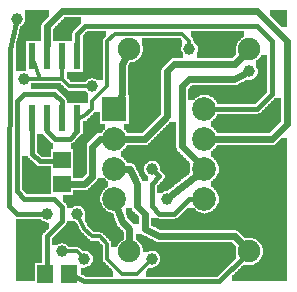
<source format=gtl>
G04 MADE WITH FRITZING*
G04 WWW.FRITZING.ORG*
G04 DOUBLE SIDED*
G04 HOLES PLATED*
G04 CONTOUR ON CENTER OF CONTOUR VECTOR*
%ASAXBY*%
%FSLAX23Y23*%
%MOIN*%
%OFA0B0*%
%SFA1.0B1.0*%
%ADD10C,0.075000*%
%ADD11C,0.039370*%
%ADD12C,0.079370*%
%ADD13R,0.059055X0.055118*%
%ADD14R,0.024000X0.087000*%
%ADD15R,0.055118X0.059055*%
%ADD16R,0.079370X0.079370*%
%ADD17C,0.012000*%
%ADD18C,0.024000*%
%ADD19C,0.016000*%
%LNCOPPER1*%
G90*
G70*
G54D10*
X819Y815D03*
X419Y815D03*
G54D11*
X819Y740D03*
X619Y815D03*
X544Y315D03*
X194Y140D03*
X269Y115D03*
X69Y715D03*
G54D10*
X819Y140D03*
X419Y140D03*
G54D12*
X369Y615D03*
X669Y615D03*
X369Y515D03*
X669Y515D03*
X369Y415D03*
X669Y415D03*
X369Y315D03*
X669Y315D03*
G54D11*
X494Y115D03*
X244Y265D03*
X144Y265D03*
X44Y915D03*
X294Y690D03*
X494Y415D03*
G54D10*
X469Y720D03*
X770Y426D03*
X594Y114D03*
G54D13*
X194Y365D03*
X194Y446D03*
G54D14*
X94Y584D03*
X144Y584D03*
X194Y584D03*
X244Y584D03*
X244Y790D03*
X194Y790D03*
X144Y790D03*
X94Y790D03*
G54D15*
X219Y65D03*
X139Y65D03*
G54D16*
X369Y615D03*
G54D17*
X83Y715D02*
X120Y715D01*
D02*
X244Y140D02*
X260Y124D01*
D02*
X208Y140D02*
X244Y140D01*
G54D18*
D02*
X645Y396D02*
X559Y327D01*
G54D17*
D02*
X269Y590D02*
X294Y615D01*
D02*
X294Y615D02*
X294Y640D01*
D02*
X294Y640D02*
X344Y690D01*
D02*
X619Y840D02*
X619Y828D01*
D02*
X344Y690D02*
X344Y840D01*
D02*
X370Y865D02*
X594Y864D01*
D02*
X251Y585D02*
X269Y590D01*
G54D18*
D02*
X769Y715D02*
X619Y715D01*
D02*
X619Y715D02*
X594Y690D01*
D02*
X594Y690D02*
X594Y490D01*
D02*
X594Y490D02*
X648Y437D01*
D02*
X802Y731D02*
X769Y715D01*
G54D17*
D02*
X219Y690D02*
X194Y715D01*
D02*
X194Y752D02*
X194Y715D01*
D02*
X194Y715D02*
X120Y715D01*
D02*
X120Y715D02*
X101Y771D01*
D02*
X281Y690D02*
X219Y690D01*
G54D18*
D02*
X770Y190D02*
X799Y160D01*
D02*
X470Y515D02*
X544Y590D01*
D02*
X770Y764D02*
X799Y794D01*
D02*
X544Y590D02*
X544Y740D01*
D02*
X419Y168D02*
X419Y215D01*
D02*
X569Y765D02*
X770Y764D01*
D02*
X400Y515D02*
X470Y515D01*
D02*
X394Y765D02*
X407Y789D01*
D02*
X420Y414D02*
X444Y364D01*
G54D19*
D02*
X803Y124D02*
X719Y40D01*
G54D18*
D02*
X444Y364D02*
X444Y290D01*
D02*
X470Y265D02*
X470Y215D01*
D02*
X519Y190D02*
X770Y190D01*
D02*
X400Y415D02*
X420Y414D01*
D02*
X394Y240D02*
X379Y286D01*
D02*
X394Y665D02*
X394Y765D01*
D02*
X383Y642D02*
X394Y665D01*
G54D19*
D02*
X44Y640D02*
X44Y340D01*
D02*
X169Y315D02*
X194Y289D01*
D02*
X44Y340D02*
X69Y315D01*
D02*
X169Y665D02*
X69Y665D01*
D02*
X69Y315D02*
X169Y315D01*
D02*
X69Y665D02*
X44Y640D01*
D02*
X194Y240D02*
X144Y190D01*
D02*
X144Y190D02*
X144Y90D01*
D02*
X194Y289D02*
X194Y240D01*
D02*
X194Y622D02*
X194Y640D01*
D02*
X144Y90D02*
X144Y89D01*
D02*
X94Y546D02*
X94Y465D01*
D02*
X94Y465D02*
X120Y440D01*
D02*
X120Y440D02*
X169Y440D01*
D02*
X169Y440D02*
X170Y440D01*
G54D18*
D02*
X320Y514D02*
X339Y515D01*
D02*
X218Y365D02*
X269Y364D01*
D02*
X269Y364D02*
X295Y389D01*
D02*
X295Y489D02*
X320Y514D01*
D02*
X295Y389D02*
X295Y489D01*
G54D19*
D02*
X719Y40D02*
X320Y40D01*
D02*
X269Y40D02*
X241Y54D01*
D02*
X320Y40D02*
X269Y40D01*
D02*
X270Y890D02*
X244Y865D01*
D02*
X244Y865D02*
X244Y828D01*
D02*
X844Y890D02*
X270Y890D01*
G54D17*
D02*
X269Y215D02*
X295Y190D01*
D02*
X295Y190D02*
X320Y190D01*
D02*
X320Y190D02*
X344Y165D01*
D02*
X344Y165D02*
X344Y115D01*
D02*
X344Y115D02*
X395Y64D01*
D02*
X395Y64D02*
X444Y64D01*
D02*
X444Y64D02*
X485Y105D01*
D02*
X250Y253D02*
X269Y215D01*
G54D18*
D02*
X894Y515D02*
X944Y565D01*
D02*
X944Y565D02*
X944Y840D01*
D02*
X944Y840D02*
X844Y940D01*
D02*
X844Y940D02*
X194Y940D01*
D02*
X194Y940D02*
X144Y890D01*
D02*
X144Y890D02*
X144Y828D01*
D02*
X700Y515D02*
X894Y515D01*
G54D19*
D02*
X844Y614D02*
X894Y664D01*
D02*
X894Y664D02*
X894Y840D01*
D02*
X894Y840D02*
X844Y890D01*
D02*
X695Y615D02*
X844Y614D01*
D02*
X44Y265D02*
X19Y290D01*
D02*
X131Y265D02*
X44Y265D01*
G54D18*
D02*
X544Y740D02*
X569Y765D01*
G54D19*
D02*
X569Y265D02*
X519Y265D01*
D02*
X619Y315D02*
X569Y265D01*
D02*
X144Y540D02*
X170Y514D01*
D02*
X244Y540D02*
X244Y546D01*
D02*
X144Y546D02*
X144Y540D01*
D02*
X494Y365D02*
X519Y390D01*
D02*
X494Y290D02*
X494Y365D01*
D02*
X519Y390D02*
X504Y405D01*
D02*
X519Y265D02*
X494Y290D01*
D02*
X644Y315D02*
X619Y315D01*
D02*
X194Y640D02*
X169Y665D01*
D02*
X20Y815D02*
X41Y902D01*
D02*
X19Y290D02*
X20Y815D01*
D02*
X220Y514D02*
X244Y540D01*
D02*
X170Y514D02*
X220Y514D01*
G54D17*
D02*
X594Y864D02*
X619Y840D01*
D02*
X344Y840D02*
X370Y865D01*
G54D18*
D02*
X444Y290D02*
X470Y265D01*
D02*
X470Y215D02*
X519Y190D01*
D02*
X419Y215D02*
X394Y240D01*
G36*
X70Y944D02*
X70Y920D01*
X72Y920D01*
X72Y908D01*
X70Y908D01*
X70Y904D01*
X68Y904D01*
X68Y900D01*
X66Y900D01*
X66Y898D01*
X64Y898D01*
X64Y896D01*
X62Y896D01*
X62Y894D01*
X60Y894D01*
X60Y892D01*
X58Y892D01*
X58Y890D01*
X54Y890D01*
X54Y882D01*
X52Y882D01*
X52Y874D01*
X50Y874D01*
X50Y866D01*
X48Y866D01*
X48Y858D01*
X46Y858D01*
X46Y850D01*
X44Y850D01*
X44Y842D01*
X42Y842D01*
X42Y834D01*
X40Y834D01*
X40Y740D01*
X62Y740D01*
X62Y742D01*
X74Y742D01*
X74Y840D01*
X76Y840D01*
X76Y842D01*
X124Y842D01*
X124Y894D01*
X126Y894D01*
X126Y900D01*
X128Y900D01*
X128Y902D01*
X130Y902D01*
X130Y904D01*
X132Y904D01*
X132Y906D01*
X134Y906D01*
X134Y908D01*
X136Y908D01*
X136Y910D01*
X138Y910D01*
X138Y912D01*
X140Y912D01*
X140Y914D01*
X142Y914D01*
X142Y916D01*
X144Y916D01*
X144Y918D01*
X146Y918D01*
X146Y920D01*
X148Y920D01*
X148Y922D01*
X150Y922D01*
X150Y924D01*
X152Y924D01*
X152Y944D01*
X70Y944D01*
G37*
D02*
G36*
X888Y944D02*
X888Y924D01*
X890Y924D01*
X890Y922D01*
X892Y922D01*
X892Y920D01*
X894Y920D01*
X894Y918D01*
X896Y918D01*
X896Y916D01*
X898Y916D01*
X898Y914D01*
X900Y914D01*
X900Y912D01*
X902Y912D01*
X902Y910D01*
X904Y910D01*
X904Y908D01*
X906Y908D01*
X906Y906D01*
X908Y906D01*
X908Y904D01*
X910Y904D01*
X910Y902D01*
X912Y902D01*
X912Y900D01*
X914Y900D01*
X914Y898D01*
X916Y898D01*
X916Y896D01*
X918Y896D01*
X918Y894D01*
X920Y894D01*
X920Y892D01*
X922Y892D01*
X922Y890D01*
X924Y890D01*
X924Y888D01*
X944Y888D01*
X944Y944D01*
X888Y944D01*
G37*
D02*
G36*
X202Y920D02*
X202Y918D01*
X200Y918D01*
X200Y916D01*
X198Y916D01*
X198Y914D01*
X196Y914D01*
X196Y912D01*
X194Y912D01*
X194Y910D01*
X192Y910D01*
X192Y908D01*
X190Y908D01*
X190Y906D01*
X188Y906D01*
X188Y904D01*
X186Y904D01*
X186Y902D01*
X184Y902D01*
X184Y900D01*
X182Y900D01*
X182Y898D01*
X180Y898D01*
X180Y896D01*
X178Y896D01*
X178Y894D01*
X176Y894D01*
X176Y892D01*
X174Y892D01*
X174Y890D01*
X172Y890D01*
X172Y888D01*
X170Y888D01*
X170Y886D01*
X168Y886D01*
X168Y884D01*
X166Y884D01*
X166Y882D01*
X164Y882D01*
X164Y842D01*
X228Y842D01*
X228Y868D01*
X230Y868D01*
X230Y874D01*
X232Y874D01*
X232Y876D01*
X234Y876D01*
X234Y878D01*
X236Y878D01*
X236Y880D01*
X238Y880D01*
X238Y882D01*
X240Y882D01*
X240Y884D01*
X242Y884D01*
X242Y886D01*
X244Y886D01*
X244Y888D01*
X246Y888D01*
X246Y890D01*
X248Y890D01*
X248Y892D01*
X250Y892D01*
X250Y894D01*
X252Y894D01*
X252Y896D01*
X254Y896D01*
X254Y898D01*
X256Y898D01*
X256Y900D01*
X258Y900D01*
X258Y920D01*
X202Y920D01*
G37*
D02*
G36*
X276Y874D02*
X276Y872D01*
X274Y872D01*
X274Y870D01*
X272Y870D01*
X272Y868D01*
X270Y868D01*
X270Y866D01*
X268Y866D01*
X268Y864D01*
X266Y864D01*
X266Y862D01*
X264Y862D01*
X264Y738D01*
X210Y738D01*
X210Y718D01*
X296Y718D01*
X296Y716D01*
X304Y716D01*
X304Y714D01*
X308Y714D01*
X308Y712D01*
X310Y712D01*
X310Y710D01*
X330Y710D01*
X330Y844D01*
X332Y844D01*
X332Y848D01*
X334Y848D01*
X334Y850D01*
X336Y850D01*
X336Y852D01*
X338Y852D01*
X338Y854D01*
X340Y854D01*
X340Y874D01*
X276Y874D01*
G37*
D02*
G36*
X212Y718D02*
X212Y716D01*
X214Y716D01*
X214Y714D01*
X216Y714D01*
X216Y712D01*
X218Y712D01*
X218Y710D01*
X220Y710D01*
X220Y708D01*
X222Y708D01*
X222Y706D01*
X224Y706D01*
X224Y704D01*
X272Y704D01*
X272Y706D01*
X274Y706D01*
X274Y708D01*
X276Y708D01*
X276Y710D01*
X278Y710D01*
X278Y712D01*
X282Y712D01*
X282Y714D01*
X284Y714D01*
X284Y716D01*
X292Y716D01*
X292Y718D01*
X212Y718D01*
G37*
D02*
G36*
X624Y874D02*
X624Y854D01*
X626Y854D01*
X626Y852D01*
X628Y852D01*
X628Y850D01*
X630Y850D01*
X630Y846D01*
X632Y846D01*
X632Y840D01*
X634Y840D01*
X634Y836D01*
X636Y836D01*
X636Y834D01*
X638Y834D01*
X638Y832D01*
X640Y832D01*
X640Y830D01*
X642Y830D01*
X642Y828D01*
X644Y828D01*
X644Y824D01*
X646Y824D01*
X646Y816D01*
X648Y816D01*
X648Y814D01*
X646Y814D01*
X646Y806D01*
X644Y806D01*
X644Y784D01*
X762Y784D01*
X762Y786D01*
X764Y786D01*
X764Y788D01*
X766Y788D01*
X766Y790D01*
X768Y790D01*
X768Y792D01*
X770Y792D01*
X770Y794D01*
X772Y794D01*
X772Y796D01*
X774Y796D01*
X774Y824D01*
X776Y824D01*
X776Y828D01*
X778Y828D01*
X778Y834D01*
X780Y834D01*
X780Y836D01*
X782Y836D01*
X782Y840D01*
X784Y840D01*
X784Y842D01*
X786Y842D01*
X786Y844D01*
X788Y844D01*
X788Y846D01*
X790Y846D01*
X790Y848D01*
X792Y848D01*
X792Y850D01*
X794Y850D01*
X794Y852D01*
X798Y852D01*
X798Y854D01*
X800Y854D01*
X800Y874D01*
X624Y874D01*
G37*
D02*
G36*
X462Y850D02*
X462Y826D01*
X464Y826D01*
X464Y804D01*
X462Y804D01*
X462Y798D01*
X460Y798D01*
X460Y794D01*
X458Y794D01*
X458Y792D01*
X456Y792D01*
X456Y788D01*
X454Y788D01*
X454Y786D01*
X452Y786D01*
X452Y784D01*
X450Y784D01*
X450Y782D01*
X448Y782D01*
X448Y780D01*
X446Y780D01*
X446Y778D01*
X442Y778D01*
X442Y776D01*
X440Y776D01*
X440Y774D01*
X436Y774D01*
X436Y772D01*
X430Y772D01*
X430Y770D01*
X420Y770D01*
X420Y768D01*
X418Y768D01*
X418Y764D01*
X416Y764D01*
X416Y760D01*
X414Y760D01*
X414Y662D01*
X418Y662D01*
X418Y568D01*
X416Y568D01*
X416Y566D01*
X402Y566D01*
X402Y546D01*
X404Y546D01*
X404Y544D01*
X406Y544D01*
X406Y542D01*
X408Y542D01*
X408Y538D01*
X410Y538D01*
X410Y536D01*
X412Y536D01*
X412Y534D01*
X462Y534D01*
X462Y536D01*
X464Y536D01*
X464Y538D01*
X466Y538D01*
X466Y540D01*
X468Y540D01*
X468Y542D01*
X470Y542D01*
X470Y544D01*
X472Y544D01*
X472Y546D01*
X474Y546D01*
X474Y548D01*
X476Y548D01*
X476Y550D01*
X478Y550D01*
X478Y552D01*
X480Y552D01*
X480Y554D01*
X482Y554D01*
X482Y556D01*
X484Y556D01*
X484Y558D01*
X486Y558D01*
X486Y560D01*
X488Y560D01*
X488Y562D01*
X490Y562D01*
X490Y564D01*
X492Y564D01*
X492Y566D01*
X494Y566D01*
X494Y568D01*
X496Y568D01*
X496Y570D01*
X498Y570D01*
X498Y572D01*
X500Y572D01*
X500Y574D01*
X502Y574D01*
X502Y576D01*
X504Y576D01*
X504Y578D01*
X506Y578D01*
X506Y580D01*
X508Y580D01*
X508Y582D01*
X510Y582D01*
X510Y584D01*
X512Y584D01*
X512Y586D01*
X514Y586D01*
X514Y588D01*
X516Y588D01*
X516Y590D01*
X518Y590D01*
X518Y592D01*
X520Y592D01*
X520Y594D01*
X522Y594D01*
X522Y596D01*
X524Y596D01*
X524Y744D01*
X526Y744D01*
X526Y750D01*
X528Y750D01*
X528Y752D01*
X530Y752D01*
X530Y754D01*
X532Y754D01*
X532Y756D01*
X534Y756D01*
X534Y758D01*
X536Y758D01*
X536Y760D01*
X538Y760D01*
X538Y762D01*
X540Y762D01*
X540Y764D01*
X542Y764D01*
X542Y766D01*
X544Y766D01*
X544Y768D01*
X546Y768D01*
X546Y770D01*
X548Y770D01*
X548Y772D01*
X550Y772D01*
X550Y774D01*
X552Y774D01*
X552Y776D01*
X554Y776D01*
X554Y778D01*
X556Y778D01*
X556Y780D01*
X558Y780D01*
X558Y782D01*
X562Y782D01*
X562Y784D01*
X596Y784D01*
X596Y804D01*
X594Y804D01*
X594Y808D01*
X592Y808D01*
X592Y822D01*
X594Y822D01*
X594Y846D01*
X592Y846D01*
X592Y848D01*
X590Y848D01*
X590Y850D01*
X462Y850D01*
G37*
D02*
G36*
X858Y794D02*
X858Y792D01*
X856Y792D01*
X856Y788D01*
X854Y788D01*
X854Y786D01*
X852Y786D01*
X852Y784D01*
X850Y784D01*
X850Y782D01*
X848Y782D01*
X848Y780D01*
X846Y780D01*
X846Y778D01*
X842Y778D01*
X842Y776D01*
X840Y776D01*
X840Y756D01*
X842Y756D01*
X842Y752D01*
X844Y752D01*
X844Y748D01*
X846Y748D01*
X846Y740D01*
X848Y740D01*
X848Y738D01*
X846Y738D01*
X846Y730D01*
X844Y730D01*
X844Y726D01*
X842Y726D01*
X842Y724D01*
X840Y724D01*
X840Y722D01*
X838Y722D01*
X838Y720D01*
X836Y720D01*
X836Y718D01*
X834Y718D01*
X834Y716D01*
X830Y716D01*
X830Y714D01*
X826Y714D01*
X826Y712D01*
X808Y712D01*
X808Y710D01*
X804Y710D01*
X804Y708D01*
X800Y708D01*
X800Y706D01*
X796Y706D01*
X796Y704D01*
X792Y704D01*
X792Y702D01*
X788Y702D01*
X788Y700D01*
X784Y700D01*
X784Y698D01*
X780Y698D01*
X780Y696D01*
X774Y696D01*
X774Y694D01*
X626Y694D01*
X626Y692D01*
X624Y692D01*
X624Y690D01*
X622Y690D01*
X622Y688D01*
X620Y688D01*
X620Y686D01*
X618Y686D01*
X618Y684D01*
X616Y684D01*
X616Y682D01*
X614Y682D01*
X614Y662D01*
X678Y662D01*
X678Y660D01*
X684Y660D01*
X684Y658D01*
X688Y658D01*
X688Y656D01*
X692Y656D01*
X692Y654D01*
X696Y654D01*
X696Y652D01*
X698Y652D01*
X698Y650D01*
X700Y650D01*
X700Y648D01*
X702Y648D01*
X702Y646D01*
X704Y646D01*
X704Y644D01*
X706Y644D01*
X706Y642D01*
X708Y642D01*
X708Y638D01*
X710Y638D01*
X710Y636D01*
X712Y636D01*
X712Y632D01*
X714Y632D01*
X714Y630D01*
X838Y630D01*
X838Y632D01*
X840Y632D01*
X840Y634D01*
X842Y634D01*
X842Y636D01*
X844Y636D01*
X844Y638D01*
X846Y638D01*
X846Y640D01*
X848Y640D01*
X848Y642D01*
X850Y642D01*
X850Y644D01*
X852Y644D01*
X852Y646D01*
X854Y646D01*
X854Y648D01*
X856Y648D01*
X856Y650D01*
X858Y650D01*
X858Y652D01*
X860Y652D01*
X860Y654D01*
X862Y654D01*
X862Y656D01*
X864Y656D01*
X864Y658D01*
X866Y658D01*
X866Y660D01*
X868Y660D01*
X868Y662D01*
X870Y662D01*
X870Y664D01*
X872Y664D01*
X872Y666D01*
X874Y666D01*
X874Y668D01*
X876Y668D01*
X876Y670D01*
X878Y670D01*
X878Y794D01*
X858Y794D01*
G37*
D02*
G36*
X614Y662D02*
X614Y644D01*
X634Y644D01*
X634Y646D01*
X636Y646D01*
X636Y648D01*
X638Y648D01*
X638Y650D01*
X640Y650D01*
X640Y652D01*
X644Y652D01*
X644Y654D01*
X646Y654D01*
X646Y656D01*
X650Y656D01*
X650Y658D01*
X654Y658D01*
X654Y660D01*
X660Y660D01*
X660Y662D01*
X614Y662D01*
G37*
D02*
G36*
X92Y700D02*
X92Y680D01*
X176Y680D01*
X176Y678D01*
X180Y678D01*
X180Y676D01*
X182Y676D01*
X182Y674D01*
X184Y674D01*
X184Y672D01*
X186Y672D01*
X186Y670D01*
X188Y670D01*
X188Y668D01*
X190Y668D01*
X190Y666D01*
X192Y666D01*
X192Y664D01*
X194Y664D01*
X194Y662D01*
X196Y662D01*
X196Y660D01*
X198Y660D01*
X198Y658D01*
X200Y658D01*
X200Y656D01*
X202Y656D01*
X202Y654D01*
X204Y654D01*
X204Y652D01*
X206Y652D01*
X206Y650D01*
X208Y650D01*
X208Y646D01*
X210Y646D01*
X210Y636D01*
X280Y636D01*
X280Y644D01*
X282Y644D01*
X282Y666D01*
X280Y666D01*
X280Y668D01*
X278Y668D01*
X278Y670D01*
X276Y670D01*
X276Y672D01*
X274Y672D01*
X274Y674D01*
X272Y674D01*
X272Y676D01*
X214Y676D01*
X214Y678D01*
X210Y678D01*
X210Y680D01*
X208Y680D01*
X208Y682D01*
X206Y682D01*
X206Y684D01*
X204Y684D01*
X204Y686D01*
X202Y686D01*
X202Y688D01*
X200Y688D01*
X200Y690D01*
X198Y690D01*
X198Y692D01*
X196Y692D01*
X196Y694D01*
X194Y694D01*
X194Y696D01*
X192Y696D01*
X192Y698D01*
X190Y698D01*
X190Y700D01*
X92Y700D01*
G37*
D02*
G36*
X904Y652D02*
X904Y650D01*
X902Y650D01*
X902Y648D01*
X900Y648D01*
X900Y646D01*
X898Y646D01*
X898Y644D01*
X896Y644D01*
X896Y642D01*
X894Y642D01*
X894Y640D01*
X892Y640D01*
X892Y638D01*
X890Y638D01*
X890Y636D01*
X888Y636D01*
X888Y634D01*
X886Y634D01*
X886Y632D01*
X884Y632D01*
X884Y630D01*
X882Y630D01*
X882Y628D01*
X880Y628D01*
X880Y626D01*
X878Y626D01*
X878Y624D01*
X876Y624D01*
X876Y622D01*
X874Y622D01*
X874Y620D01*
X872Y620D01*
X872Y618D01*
X870Y618D01*
X870Y616D01*
X868Y616D01*
X868Y614D01*
X866Y614D01*
X866Y612D01*
X864Y612D01*
X864Y610D01*
X862Y610D01*
X862Y608D01*
X860Y608D01*
X860Y606D01*
X858Y606D01*
X858Y604D01*
X856Y604D01*
X856Y602D01*
X854Y602D01*
X854Y600D01*
X848Y600D01*
X848Y598D01*
X712Y598D01*
X712Y594D01*
X710Y594D01*
X710Y590D01*
X708Y590D01*
X708Y588D01*
X706Y588D01*
X706Y586D01*
X704Y586D01*
X704Y582D01*
X702Y582D01*
X702Y580D01*
X698Y580D01*
X698Y578D01*
X696Y578D01*
X696Y576D01*
X694Y576D01*
X694Y574D01*
X692Y574D01*
X692Y554D01*
X696Y554D01*
X696Y552D01*
X698Y552D01*
X698Y550D01*
X700Y550D01*
X700Y548D01*
X702Y548D01*
X702Y546D01*
X704Y546D01*
X704Y544D01*
X706Y544D01*
X706Y542D01*
X708Y542D01*
X708Y538D01*
X710Y538D01*
X710Y536D01*
X712Y536D01*
X712Y534D01*
X886Y534D01*
X886Y536D01*
X888Y536D01*
X888Y538D01*
X890Y538D01*
X890Y540D01*
X892Y540D01*
X892Y542D01*
X894Y542D01*
X894Y544D01*
X896Y544D01*
X896Y546D01*
X898Y546D01*
X898Y548D01*
X900Y548D01*
X900Y550D01*
X902Y550D01*
X902Y552D01*
X904Y552D01*
X904Y554D01*
X906Y554D01*
X906Y556D01*
X908Y556D01*
X908Y558D01*
X910Y558D01*
X910Y560D01*
X912Y560D01*
X912Y562D01*
X914Y562D01*
X914Y564D01*
X916Y564D01*
X916Y566D01*
X918Y566D01*
X918Y568D01*
X920Y568D01*
X920Y570D01*
X922Y570D01*
X922Y572D01*
X924Y572D01*
X924Y652D01*
X904Y652D01*
G37*
D02*
G36*
X302Y604D02*
X302Y602D01*
X300Y602D01*
X300Y600D01*
X298Y600D01*
X298Y598D01*
X296Y598D01*
X296Y596D01*
X294Y596D01*
X294Y594D01*
X292Y594D01*
X292Y592D01*
X290Y592D01*
X290Y590D01*
X288Y590D01*
X288Y588D01*
X286Y588D01*
X286Y586D01*
X284Y586D01*
X284Y584D01*
X282Y584D01*
X282Y582D01*
X280Y582D01*
X280Y580D01*
X278Y580D01*
X278Y578D01*
X276Y578D01*
X276Y576D01*
X268Y576D01*
X268Y574D01*
X264Y574D01*
X264Y532D01*
X258Y532D01*
X258Y530D01*
X256Y530D01*
X256Y528D01*
X254Y528D01*
X254Y526D01*
X252Y526D01*
X252Y524D01*
X250Y524D01*
X250Y522D01*
X248Y522D01*
X248Y520D01*
X246Y520D01*
X246Y518D01*
X244Y518D01*
X244Y516D01*
X242Y516D01*
X242Y514D01*
X240Y514D01*
X240Y510D01*
X238Y510D01*
X238Y508D01*
X236Y508D01*
X236Y506D01*
X234Y506D01*
X234Y504D01*
X232Y504D01*
X232Y502D01*
X228Y502D01*
X228Y500D01*
X224Y500D01*
X224Y480D01*
X232Y480D01*
X232Y384D01*
X262Y384D01*
X262Y386D01*
X264Y386D01*
X264Y388D01*
X266Y388D01*
X266Y390D01*
X268Y390D01*
X268Y392D01*
X270Y392D01*
X270Y394D01*
X272Y394D01*
X272Y396D01*
X274Y396D01*
X274Y398D01*
X276Y398D01*
X276Y498D01*
X278Y498D01*
X278Y500D01*
X280Y500D01*
X280Y504D01*
X282Y504D01*
X282Y506D01*
X284Y506D01*
X284Y508D01*
X286Y508D01*
X286Y510D01*
X288Y510D01*
X288Y512D01*
X290Y512D01*
X290Y514D01*
X292Y514D01*
X292Y516D01*
X294Y516D01*
X294Y518D01*
X296Y518D01*
X296Y520D01*
X298Y520D01*
X298Y522D01*
X300Y522D01*
X300Y524D01*
X302Y524D01*
X302Y526D01*
X304Y526D01*
X304Y528D01*
X306Y528D01*
X306Y530D01*
X308Y530D01*
X308Y532D01*
X312Y532D01*
X312Y534D01*
X328Y534D01*
X328Y538D01*
X330Y538D01*
X330Y540D01*
X332Y540D01*
X332Y544D01*
X334Y544D01*
X334Y546D01*
X336Y546D01*
X336Y566D01*
X322Y566D01*
X322Y604D01*
X302Y604D01*
G37*
D02*
G36*
X554Y572D02*
X554Y570D01*
X552Y570D01*
X552Y568D01*
X550Y568D01*
X550Y566D01*
X548Y566D01*
X548Y564D01*
X546Y564D01*
X546Y562D01*
X544Y562D01*
X544Y560D01*
X542Y560D01*
X542Y558D01*
X540Y558D01*
X540Y556D01*
X538Y556D01*
X538Y554D01*
X536Y554D01*
X536Y552D01*
X534Y552D01*
X534Y550D01*
X532Y550D01*
X532Y548D01*
X530Y548D01*
X530Y546D01*
X528Y546D01*
X528Y544D01*
X526Y544D01*
X526Y542D01*
X524Y542D01*
X524Y540D01*
X522Y540D01*
X522Y538D01*
X520Y538D01*
X520Y536D01*
X518Y536D01*
X518Y534D01*
X516Y534D01*
X516Y532D01*
X514Y532D01*
X514Y530D01*
X512Y530D01*
X512Y528D01*
X510Y528D01*
X510Y526D01*
X508Y526D01*
X508Y524D01*
X506Y524D01*
X506Y522D01*
X504Y522D01*
X504Y520D01*
X502Y520D01*
X502Y518D01*
X500Y518D01*
X500Y516D01*
X498Y516D01*
X498Y514D01*
X496Y514D01*
X496Y512D01*
X494Y512D01*
X494Y510D01*
X492Y510D01*
X492Y508D01*
X490Y508D01*
X490Y506D01*
X488Y506D01*
X488Y504D01*
X486Y504D01*
X486Y502D01*
X484Y502D01*
X484Y500D01*
X482Y500D01*
X482Y498D01*
X480Y498D01*
X480Y496D01*
X474Y496D01*
X474Y494D01*
X410Y494D01*
X410Y490D01*
X408Y490D01*
X408Y488D01*
X406Y488D01*
X406Y486D01*
X404Y486D01*
X404Y482D01*
X402Y482D01*
X402Y480D01*
X398Y480D01*
X398Y478D01*
X396Y478D01*
X396Y476D01*
X394Y476D01*
X394Y474D01*
X392Y474D01*
X392Y454D01*
X396Y454D01*
X396Y452D01*
X398Y452D01*
X398Y450D01*
X400Y450D01*
X400Y448D01*
X402Y448D01*
X402Y446D01*
X404Y446D01*
X404Y444D01*
X406Y444D01*
X406Y442D01*
X502Y442D01*
X502Y440D01*
X506Y440D01*
X506Y438D01*
X510Y438D01*
X510Y436D01*
X512Y436D01*
X512Y434D01*
X514Y434D01*
X514Y432D01*
X516Y432D01*
X516Y428D01*
X518Y428D01*
X518Y426D01*
X520Y426D01*
X520Y420D01*
X522Y420D01*
X522Y408D01*
X524Y408D01*
X524Y406D01*
X526Y406D01*
X526Y404D01*
X528Y404D01*
X528Y402D01*
X530Y402D01*
X530Y400D01*
X532Y400D01*
X532Y398D01*
X534Y398D01*
X534Y394D01*
X536Y394D01*
X536Y386D01*
X534Y386D01*
X534Y382D01*
X532Y382D01*
X532Y378D01*
X530Y378D01*
X530Y376D01*
X528Y376D01*
X528Y374D01*
X526Y374D01*
X526Y372D01*
X524Y372D01*
X524Y370D01*
X522Y370D01*
X522Y368D01*
X520Y368D01*
X520Y366D01*
X518Y366D01*
X518Y364D01*
X516Y364D01*
X516Y362D01*
X514Y362D01*
X514Y360D01*
X512Y360D01*
X512Y358D01*
X510Y358D01*
X510Y336D01*
X530Y336D01*
X530Y338D01*
X534Y338D01*
X534Y340D01*
X538Y340D01*
X538Y342D01*
X548Y342D01*
X548Y344D01*
X550Y344D01*
X550Y346D01*
X552Y346D01*
X552Y348D01*
X556Y348D01*
X556Y350D01*
X558Y350D01*
X558Y352D01*
X560Y352D01*
X560Y354D01*
X562Y354D01*
X562Y356D01*
X566Y356D01*
X566Y358D01*
X568Y358D01*
X568Y360D01*
X570Y360D01*
X570Y362D01*
X572Y362D01*
X572Y364D01*
X576Y364D01*
X576Y366D01*
X578Y366D01*
X578Y368D01*
X580Y368D01*
X580Y370D01*
X582Y370D01*
X582Y372D01*
X586Y372D01*
X586Y374D01*
X588Y374D01*
X588Y376D01*
X590Y376D01*
X590Y378D01*
X592Y378D01*
X592Y380D01*
X596Y380D01*
X596Y382D01*
X598Y382D01*
X598Y384D01*
X600Y384D01*
X600Y386D01*
X602Y386D01*
X602Y388D01*
X606Y388D01*
X606Y390D01*
X608Y390D01*
X608Y392D01*
X610Y392D01*
X610Y394D01*
X612Y394D01*
X612Y396D01*
X616Y396D01*
X616Y398D01*
X618Y398D01*
X618Y400D01*
X620Y400D01*
X620Y402D01*
X622Y402D01*
X622Y434D01*
X620Y434D01*
X620Y436D01*
X618Y436D01*
X618Y438D01*
X616Y438D01*
X616Y440D01*
X614Y440D01*
X614Y442D01*
X612Y442D01*
X612Y444D01*
X610Y444D01*
X610Y446D01*
X608Y446D01*
X608Y448D01*
X606Y448D01*
X606Y450D01*
X604Y450D01*
X604Y452D01*
X602Y452D01*
X602Y454D01*
X600Y454D01*
X600Y456D01*
X598Y456D01*
X598Y458D01*
X596Y458D01*
X596Y460D01*
X594Y460D01*
X594Y462D01*
X592Y462D01*
X592Y464D01*
X590Y464D01*
X590Y466D01*
X588Y466D01*
X588Y468D01*
X586Y468D01*
X586Y470D01*
X584Y470D01*
X584Y472D01*
X582Y472D01*
X582Y474D01*
X580Y474D01*
X580Y476D01*
X578Y476D01*
X578Y480D01*
X576Y480D01*
X576Y486D01*
X574Y486D01*
X574Y572D01*
X554Y572D01*
G37*
D02*
G36*
X408Y442D02*
X408Y438D01*
X410Y438D01*
X410Y436D01*
X412Y436D01*
X412Y434D01*
X426Y434D01*
X426Y432D01*
X430Y432D01*
X430Y430D01*
X434Y430D01*
X434Y428D01*
X436Y428D01*
X436Y424D01*
X438Y424D01*
X438Y420D01*
X440Y420D01*
X440Y416D01*
X442Y416D01*
X442Y412D01*
X444Y412D01*
X444Y408D01*
X446Y408D01*
X446Y404D01*
X448Y404D01*
X448Y400D01*
X450Y400D01*
X450Y396D01*
X452Y396D01*
X452Y392D01*
X454Y392D01*
X454Y388D01*
X456Y388D01*
X456Y384D01*
X458Y384D01*
X458Y380D01*
X460Y380D01*
X460Y376D01*
X480Y376D01*
X480Y392D01*
X478Y392D01*
X478Y394D01*
X476Y394D01*
X476Y396D01*
X474Y396D01*
X474Y398D01*
X472Y398D01*
X472Y402D01*
X470Y402D01*
X470Y406D01*
X468Y406D01*
X468Y412D01*
X466Y412D01*
X466Y416D01*
X468Y416D01*
X468Y424D01*
X470Y424D01*
X470Y428D01*
X472Y428D01*
X472Y430D01*
X474Y430D01*
X474Y432D01*
X476Y432D01*
X476Y434D01*
X478Y434D01*
X478Y436D01*
X480Y436D01*
X480Y438D01*
X484Y438D01*
X484Y440D01*
X488Y440D01*
X488Y442D01*
X408Y442D01*
G37*
D02*
G36*
X110Y532D02*
X110Y470D01*
X112Y470D01*
X112Y468D01*
X114Y468D01*
X114Y466D01*
X116Y466D01*
X116Y464D01*
X118Y464D01*
X118Y462D01*
X120Y462D01*
X120Y460D01*
X122Y460D01*
X122Y458D01*
X124Y458D01*
X124Y456D01*
X156Y456D01*
X156Y480D01*
X164Y480D01*
X164Y500D01*
X160Y500D01*
X160Y502D01*
X158Y502D01*
X158Y504D01*
X156Y504D01*
X156Y506D01*
X154Y506D01*
X154Y508D01*
X152Y508D01*
X152Y510D01*
X150Y510D01*
X150Y512D01*
X148Y512D01*
X148Y514D01*
X146Y514D01*
X146Y516D01*
X144Y516D01*
X144Y518D01*
X142Y518D01*
X142Y520D01*
X140Y520D01*
X140Y522D01*
X138Y522D01*
X138Y524D01*
X136Y524D01*
X136Y526D01*
X134Y526D01*
X134Y528D01*
X132Y528D01*
X132Y530D01*
X130Y530D01*
X130Y532D01*
X110Y532D01*
G37*
D02*
G36*
X60Y458D02*
X60Y346D01*
X62Y346D01*
X62Y344D01*
X64Y344D01*
X64Y342D01*
X66Y342D01*
X66Y340D01*
X68Y340D01*
X68Y338D01*
X70Y338D01*
X70Y336D01*
X72Y336D01*
X72Y334D01*
X74Y334D01*
X74Y332D01*
X76Y332D01*
X76Y330D01*
X156Y330D01*
X156Y424D01*
X114Y424D01*
X114Y426D01*
X110Y426D01*
X110Y428D01*
X108Y428D01*
X108Y430D01*
X106Y430D01*
X106Y432D01*
X104Y432D01*
X104Y434D01*
X102Y434D01*
X102Y436D01*
X100Y436D01*
X100Y438D01*
X98Y438D01*
X98Y440D01*
X96Y440D01*
X96Y442D01*
X94Y442D01*
X94Y444D01*
X90Y444D01*
X90Y446D01*
X88Y446D01*
X88Y448D01*
X86Y448D01*
X86Y450D01*
X84Y450D01*
X84Y452D01*
X82Y452D01*
X82Y456D01*
X80Y456D01*
X80Y458D01*
X60Y458D01*
G37*
D02*
G36*
X314Y386D02*
X314Y380D01*
X312Y380D01*
X312Y376D01*
X310Y376D01*
X310Y374D01*
X308Y374D01*
X308Y372D01*
X306Y372D01*
X306Y370D01*
X304Y370D01*
X304Y368D01*
X300Y368D01*
X300Y366D01*
X298Y366D01*
X298Y364D01*
X296Y364D01*
X296Y362D01*
X294Y362D01*
X294Y360D01*
X292Y360D01*
X292Y358D01*
X290Y358D01*
X290Y356D01*
X288Y356D01*
X288Y354D01*
X286Y354D01*
X286Y352D01*
X284Y352D01*
X284Y350D01*
X282Y350D01*
X282Y348D01*
X280Y348D01*
X280Y346D01*
X274Y346D01*
X274Y344D01*
X232Y344D01*
X232Y330D01*
X230Y330D01*
X230Y328D01*
X196Y328D01*
X196Y308D01*
X198Y308D01*
X198Y306D01*
X200Y306D01*
X200Y304D01*
X202Y304D01*
X202Y302D01*
X204Y302D01*
X204Y300D01*
X206Y300D01*
X206Y298D01*
X208Y298D01*
X208Y294D01*
X210Y294D01*
X210Y292D01*
X252Y292D01*
X252Y290D01*
X256Y290D01*
X256Y288D01*
X260Y288D01*
X260Y286D01*
X262Y286D01*
X262Y284D01*
X264Y284D01*
X264Y282D01*
X266Y282D01*
X266Y278D01*
X268Y278D01*
X268Y276D01*
X270Y276D01*
X270Y270D01*
X272Y270D01*
X272Y238D01*
X274Y238D01*
X274Y234D01*
X276Y234D01*
X276Y230D01*
X278Y230D01*
X278Y226D01*
X280Y226D01*
X280Y222D01*
X282Y222D01*
X282Y220D01*
X284Y220D01*
X284Y218D01*
X286Y218D01*
X286Y216D01*
X288Y216D01*
X288Y214D01*
X290Y214D01*
X290Y212D01*
X292Y212D01*
X292Y210D01*
X294Y210D01*
X294Y208D01*
X296Y208D01*
X296Y206D01*
X298Y206D01*
X298Y204D01*
X322Y204D01*
X322Y202D01*
X328Y202D01*
X328Y200D01*
X330Y200D01*
X330Y198D01*
X332Y198D01*
X332Y196D01*
X334Y196D01*
X334Y194D01*
X336Y194D01*
X336Y192D01*
X338Y192D01*
X338Y190D01*
X340Y190D01*
X340Y188D01*
X342Y188D01*
X342Y186D01*
X344Y186D01*
X344Y184D01*
X346Y184D01*
X346Y182D01*
X348Y182D01*
X348Y180D01*
X350Y180D01*
X350Y178D01*
X352Y178D01*
X352Y176D01*
X354Y176D01*
X354Y174D01*
X356Y174D01*
X356Y170D01*
X358Y170D01*
X358Y154D01*
X378Y154D01*
X378Y158D01*
X380Y158D01*
X380Y162D01*
X382Y162D01*
X382Y164D01*
X384Y164D01*
X384Y168D01*
X386Y168D01*
X386Y170D01*
X388Y170D01*
X388Y172D01*
X390Y172D01*
X390Y174D01*
X394Y174D01*
X394Y176D01*
X396Y176D01*
X396Y178D01*
X400Y178D01*
X400Y206D01*
X398Y206D01*
X398Y208D01*
X396Y208D01*
X396Y210D01*
X394Y210D01*
X394Y212D01*
X392Y212D01*
X392Y214D01*
X390Y214D01*
X390Y216D01*
X388Y216D01*
X388Y218D01*
X386Y218D01*
X386Y220D01*
X384Y220D01*
X384Y222D01*
X382Y222D01*
X382Y224D01*
X380Y224D01*
X380Y226D01*
X378Y226D01*
X378Y230D01*
X376Y230D01*
X376Y234D01*
X374Y234D01*
X374Y240D01*
X372Y240D01*
X372Y246D01*
X370Y246D01*
X370Y252D01*
X368Y252D01*
X368Y258D01*
X366Y258D01*
X366Y264D01*
X364Y264D01*
X364Y268D01*
X358Y268D01*
X358Y270D01*
X352Y270D01*
X352Y272D01*
X348Y272D01*
X348Y274D01*
X346Y274D01*
X346Y276D01*
X342Y276D01*
X342Y278D01*
X340Y278D01*
X340Y280D01*
X338Y280D01*
X338Y282D01*
X336Y282D01*
X336Y284D01*
X334Y284D01*
X334Y286D01*
X332Y286D01*
X332Y288D01*
X330Y288D01*
X330Y292D01*
X328Y292D01*
X328Y296D01*
X326Y296D01*
X326Y300D01*
X324Y300D01*
X324Y306D01*
X322Y306D01*
X322Y324D01*
X324Y324D01*
X324Y330D01*
X326Y330D01*
X326Y334D01*
X328Y334D01*
X328Y338D01*
X330Y338D01*
X330Y340D01*
X332Y340D01*
X332Y344D01*
X334Y344D01*
X334Y346D01*
X336Y346D01*
X336Y348D01*
X338Y348D01*
X338Y350D01*
X340Y350D01*
X340Y352D01*
X344Y352D01*
X344Y354D01*
X346Y354D01*
X346Y376D01*
X342Y376D01*
X342Y378D01*
X340Y378D01*
X340Y380D01*
X338Y380D01*
X338Y382D01*
X336Y382D01*
X336Y384D01*
X334Y384D01*
X334Y386D01*
X314Y386D01*
G37*
D02*
G36*
X210Y292D02*
X210Y286D01*
X230Y286D01*
X230Y288D01*
X234Y288D01*
X234Y290D01*
X238Y290D01*
X238Y292D01*
X210Y292D01*
G37*
D02*
G36*
X406Y284D02*
X406Y266D01*
X408Y266D01*
X408Y260D01*
X410Y260D01*
X410Y254D01*
X412Y254D01*
X412Y250D01*
X414Y250D01*
X414Y248D01*
X416Y248D01*
X416Y246D01*
X418Y246D01*
X418Y244D01*
X420Y244D01*
X420Y242D01*
X422Y242D01*
X422Y240D01*
X424Y240D01*
X424Y238D01*
X426Y238D01*
X426Y236D01*
X428Y236D01*
X428Y234D01*
X430Y234D01*
X430Y232D01*
X450Y232D01*
X450Y258D01*
X448Y258D01*
X448Y260D01*
X446Y260D01*
X446Y262D01*
X444Y262D01*
X444Y264D01*
X442Y264D01*
X442Y266D01*
X438Y266D01*
X438Y268D01*
X436Y268D01*
X436Y270D01*
X434Y270D01*
X434Y272D01*
X432Y272D01*
X432Y274D01*
X430Y274D01*
X430Y276D01*
X428Y276D01*
X428Y280D01*
X426Y280D01*
X426Y284D01*
X406Y284D01*
G37*
D02*
G36*
X924Y518D02*
X924Y516D01*
X922Y516D01*
X922Y514D01*
X920Y514D01*
X920Y512D01*
X918Y512D01*
X918Y510D01*
X916Y510D01*
X916Y508D01*
X914Y508D01*
X914Y506D01*
X912Y506D01*
X912Y504D01*
X910Y504D01*
X910Y502D01*
X908Y502D01*
X908Y500D01*
X906Y500D01*
X906Y498D01*
X904Y498D01*
X904Y496D01*
X896Y496D01*
X896Y494D01*
X710Y494D01*
X710Y490D01*
X708Y490D01*
X708Y488D01*
X706Y488D01*
X706Y486D01*
X704Y486D01*
X704Y482D01*
X702Y482D01*
X702Y480D01*
X698Y480D01*
X698Y478D01*
X696Y478D01*
X696Y476D01*
X694Y476D01*
X694Y474D01*
X692Y474D01*
X692Y454D01*
X696Y454D01*
X696Y452D01*
X698Y452D01*
X698Y450D01*
X700Y450D01*
X700Y448D01*
X702Y448D01*
X702Y446D01*
X704Y446D01*
X704Y444D01*
X706Y444D01*
X706Y442D01*
X708Y442D01*
X708Y438D01*
X710Y438D01*
X710Y436D01*
X712Y436D01*
X712Y432D01*
X714Y432D01*
X714Y426D01*
X716Y426D01*
X716Y416D01*
X718Y416D01*
X718Y412D01*
X716Y412D01*
X716Y402D01*
X714Y402D01*
X714Y398D01*
X712Y398D01*
X712Y394D01*
X710Y394D01*
X710Y390D01*
X708Y390D01*
X708Y388D01*
X706Y388D01*
X706Y386D01*
X704Y386D01*
X704Y382D01*
X702Y382D01*
X702Y380D01*
X698Y380D01*
X698Y378D01*
X696Y378D01*
X696Y376D01*
X694Y376D01*
X694Y374D01*
X692Y374D01*
X692Y354D01*
X696Y354D01*
X696Y352D01*
X698Y352D01*
X698Y350D01*
X700Y350D01*
X700Y348D01*
X702Y348D01*
X702Y346D01*
X704Y346D01*
X704Y344D01*
X706Y344D01*
X706Y342D01*
X708Y342D01*
X708Y338D01*
X710Y338D01*
X710Y336D01*
X712Y336D01*
X712Y332D01*
X714Y332D01*
X714Y326D01*
X716Y326D01*
X716Y316D01*
X718Y316D01*
X718Y312D01*
X716Y312D01*
X716Y302D01*
X714Y302D01*
X714Y298D01*
X712Y298D01*
X712Y294D01*
X710Y294D01*
X710Y290D01*
X708Y290D01*
X708Y288D01*
X706Y288D01*
X706Y286D01*
X704Y286D01*
X704Y282D01*
X702Y282D01*
X702Y280D01*
X698Y280D01*
X698Y278D01*
X696Y278D01*
X696Y276D01*
X694Y276D01*
X694Y274D01*
X690Y274D01*
X690Y272D01*
X686Y272D01*
X686Y270D01*
X682Y270D01*
X682Y268D01*
X672Y268D01*
X672Y266D01*
X944Y266D01*
X944Y518D01*
X924Y518D01*
G37*
D02*
G36*
X612Y286D02*
X612Y284D01*
X610Y284D01*
X610Y282D01*
X608Y282D01*
X608Y280D01*
X606Y280D01*
X606Y278D01*
X604Y278D01*
X604Y276D01*
X602Y276D01*
X602Y274D01*
X600Y274D01*
X600Y272D01*
X598Y272D01*
X598Y270D01*
X596Y270D01*
X596Y268D01*
X594Y268D01*
X594Y266D01*
X668Y266D01*
X668Y268D01*
X658Y268D01*
X658Y270D01*
X652Y270D01*
X652Y272D01*
X648Y272D01*
X648Y274D01*
X646Y274D01*
X646Y276D01*
X642Y276D01*
X642Y278D01*
X640Y278D01*
X640Y280D01*
X638Y280D01*
X638Y282D01*
X636Y282D01*
X636Y284D01*
X634Y284D01*
X634Y286D01*
X612Y286D01*
G37*
D02*
G36*
X592Y266D02*
X592Y264D01*
X944Y264D01*
X944Y266D01*
X592Y266D01*
G37*
D02*
G36*
X592Y266D02*
X592Y264D01*
X944Y264D01*
X944Y266D01*
X592Y266D01*
G37*
D02*
G36*
X590Y264D02*
X590Y262D01*
X588Y262D01*
X588Y260D01*
X586Y260D01*
X586Y258D01*
X584Y258D01*
X584Y256D01*
X582Y256D01*
X582Y254D01*
X580Y254D01*
X580Y252D01*
X578Y252D01*
X578Y250D01*
X572Y250D01*
X572Y248D01*
X944Y248D01*
X944Y264D01*
X590Y264D01*
G37*
D02*
G36*
X490Y252D02*
X490Y248D01*
X516Y248D01*
X516Y250D01*
X512Y250D01*
X512Y252D01*
X490Y252D01*
G37*
D02*
G36*
X490Y248D02*
X490Y246D01*
X944Y246D01*
X944Y248D01*
X490Y248D01*
G37*
D02*
G36*
X490Y248D02*
X490Y246D01*
X944Y246D01*
X944Y248D01*
X490Y248D01*
G37*
D02*
G36*
X490Y246D02*
X490Y226D01*
X494Y226D01*
X494Y224D01*
X498Y224D01*
X498Y222D01*
X502Y222D01*
X502Y220D01*
X506Y220D01*
X506Y218D01*
X510Y218D01*
X510Y216D01*
X514Y216D01*
X514Y214D01*
X518Y214D01*
X518Y212D01*
X522Y212D01*
X522Y210D01*
X774Y210D01*
X774Y208D01*
X780Y208D01*
X780Y206D01*
X782Y206D01*
X782Y204D01*
X784Y204D01*
X784Y202D01*
X786Y202D01*
X786Y200D01*
X788Y200D01*
X788Y198D01*
X790Y198D01*
X790Y196D01*
X792Y196D01*
X792Y194D01*
X794Y194D01*
X794Y192D01*
X796Y192D01*
X796Y190D01*
X798Y190D01*
X798Y188D01*
X800Y188D01*
X800Y186D01*
X820Y186D01*
X820Y184D01*
X830Y184D01*
X830Y182D01*
X836Y182D01*
X836Y180D01*
X840Y180D01*
X840Y178D01*
X844Y178D01*
X844Y176D01*
X846Y176D01*
X846Y174D01*
X848Y174D01*
X848Y172D01*
X850Y172D01*
X850Y170D01*
X852Y170D01*
X852Y168D01*
X854Y168D01*
X854Y166D01*
X856Y166D01*
X856Y164D01*
X858Y164D01*
X858Y160D01*
X860Y160D01*
X860Y156D01*
X862Y156D01*
X862Y150D01*
X864Y150D01*
X864Y128D01*
X862Y128D01*
X862Y124D01*
X860Y124D01*
X860Y120D01*
X858Y120D01*
X858Y116D01*
X856Y116D01*
X856Y114D01*
X854Y114D01*
X854Y112D01*
X852Y112D01*
X852Y108D01*
X850Y108D01*
X850Y106D01*
X846Y106D01*
X846Y104D01*
X844Y104D01*
X844Y102D01*
X842Y102D01*
X842Y100D01*
X838Y100D01*
X838Y98D01*
X834Y98D01*
X834Y96D01*
X828Y96D01*
X828Y94D01*
X796Y94D01*
X796Y92D01*
X794Y92D01*
X794Y90D01*
X792Y90D01*
X792Y88D01*
X790Y88D01*
X790Y86D01*
X788Y86D01*
X788Y84D01*
X786Y84D01*
X786Y82D01*
X784Y82D01*
X784Y80D01*
X782Y80D01*
X782Y78D01*
X780Y78D01*
X780Y76D01*
X778Y76D01*
X778Y74D01*
X776Y74D01*
X776Y72D01*
X774Y72D01*
X774Y70D01*
X772Y70D01*
X772Y68D01*
X770Y68D01*
X770Y66D01*
X768Y66D01*
X768Y64D01*
X766Y64D01*
X766Y62D01*
X764Y62D01*
X764Y60D01*
X762Y60D01*
X762Y40D01*
X944Y40D01*
X944Y246D01*
X490Y246D01*
G37*
D02*
G36*
X40Y248D02*
X40Y40D01*
X104Y40D01*
X104Y102D01*
X128Y102D01*
X128Y194D01*
X130Y194D01*
X130Y198D01*
X132Y198D01*
X132Y200D01*
X134Y200D01*
X134Y202D01*
X136Y202D01*
X136Y204D01*
X138Y204D01*
X138Y206D01*
X140Y206D01*
X140Y208D01*
X142Y208D01*
X142Y210D01*
X144Y210D01*
X144Y212D01*
X146Y212D01*
X146Y214D01*
X148Y214D01*
X148Y216D01*
X150Y216D01*
X150Y218D01*
X152Y218D01*
X152Y236D01*
X144Y236D01*
X144Y238D01*
X136Y238D01*
X136Y240D01*
X132Y240D01*
X132Y242D01*
X128Y242D01*
X128Y244D01*
X126Y244D01*
X126Y246D01*
X124Y246D01*
X124Y248D01*
X40Y248D01*
G37*
D02*
G36*
X210Y242D02*
X210Y234D01*
X208Y234D01*
X208Y230D01*
X206Y230D01*
X206Y228D01*
X204Y228D01*
X204Y226D01*
X202Y226D01*
X202Y224D01*
X200Y224D01*
X200Y222D01*
X198Y222D01*
X198Y220D01*
X196Y220D01*
X196Y218D01*
X194Y218D01*
X194Y216D01*
X192Y216D01*
X192Y214D01*
X190Y214D01*
X190Y212D01*
X188Y212D01*
X188Y210D01*
X186Y210D01*
X186Y208D01*
X184Y208D01*
X184Y206D01*
X182Y206D01*
X182Y204D01*
X180Y204D01*
X180Y202D01*
X178Y202D01*
X178Y200D01*
X176Y200D01*
X176Y198D01*
X174Y198D01*
X174Y196D01*
X172Y196D01*
X172Y194D01*
X170Y194D01*
X170Y192D01*
X168Y192D01*
X168Y190D01*
X166Y190D01*
X166Y188D01*
X164Y188D01*
X164Y186D01*
X162Y186D01*
X162Y184D01*
X160Y184D01*
X160Y168D01*
X196Y168D01*
X196Y166D01*
X204Y166D01*
X204Y164D01*
X208Y164D01*
X208Y162D01*
X210Y162D01*
X210Y160D01*
X212Y160D01*
X212Y158D01*
X214Y158D01*
X214Y156D01*
X216Y156D01*
X216Y154D01*
X248Y154D01*
X248Y152D01*
X252Y152D01*
X252Y150D01*
X254Y150D01*
X254Y148D01*
X256Y148D01*
X256Y146D01*
X258Y146D01*
X258Y144D01*
X260Y144D01*
X260Y142D01*
X276Y142D01*
X276Y140D01*
X280Y140D01*
X280Y138D01*
X284Y138D01*
X284Y136D01*
X286Y136D01*
X286Y134D01*
X288Y134D01*
X288Y132D01*
X290Y132D01*
X290Y130D01*
X292Y130D01*
X292Y128D01*
X294Y128D01*
X294Y124D01*
X296Y124D01*
X296Y116D01*
X298Y116D01*
X298Y114D01*
X296Y114D01*
X296Y106D01*
X294Y106D01*
X294Y102D01*
X292Y102D01*
X292Y98D01*
X290Y98D01*
X290Y96D01*
X288Y96D01*
X288Y94D01*
X286Y94D01*
X286Y92D01*
X282Y92D01*
X282Y90D01*
X278Y90D01*
X278Y88D01*
X270Y88D01*
X270Y86D01*
X256Y86D01*
X256Y64D01*
X258Y64D01*
X258Y62D01*
X262Y62D01*
X262Y60D01*
X266Y60D01*
X266Y58D01*
X270Y58D01*
X270Y56D01*
X364Y56D01*
X364Y76D01*
X362Y76D01*
X362Y78D01*
X360Y78D01*
X360Y80D01*
X358Y80D01*
X358Y82D01*
X356Y82D01*
X356Y84D01*
X354Y84D01*
X354Y86D01*
X352Y86D01*
X352Y88D01*
X350Y88D01*
X350Y90D01*
X348Y90D01*
X348Y92D01*
X346Y92D01*
X346Y94D01*
X344Y94D01*
X344Y96D01*
X342Y96D01*
X342Y98D01*
X340Y98D01*
X340Y100D01*
X338Y100D01*
X338Y102D01*
X336Y102D01*
X336Y104D01*
X334Y104D01*
X334Y106D01*
X332Y106D01*
X332Y110D01*
X330Y110D01*
X330Y160D01*
X328Y160D01*
X328Y162D01*
X326Y162D01*
X326Y164D01*
X324Y164D01*
X324Y166D01*
X322Y166D01*
X322Y168D01*
X320Y168D01*
X320Y170D01*
X318Y170D01*
X318Y172D01*
X316Y172D01*
X316Y174D01*
X314Y174D01*
X314Y176D01*
X288Y176D01*
X288Y178D01*
X286Y178D01*
X286Y180D01*
X284Y180D01*
X284Y182D01*
X282Y182D01*
X282Y184D01*
X280Y184D01*
X280Y186D01*
X278Y186D01*
X278Y188D01*
X276Y188D01*
X276Y190D01*
X274Y190D01*
X274Y192D01*
X272Y192D01*
X272Y194D01*
X270Y194D01*
X270Y196D01*
X268Y196D01*
X268Y198D01*
X266Y198D01*
X266Y200D01*
X264Y200D01*
X264Y202D01*
X262Y202D01*
X262Y204D01*
X260Y204D01*
X260Y206D01*
X258Y206D01*
X258Y208D01*
X256Y208D01*
X256Y212D01*
X254Y212D01*
X254Y216D01*
X252Y216D01*
X252Y220D01*
X250Y220D01*
X250Y224D01*
X248Y224D01*
X248Y228D01*
X246Y228D01*
X246Y232D01*
X244Y232D01*
X244Y236D01*
X242Y236D01*
X242Y238D01*
X236Y238D01*
X236Y240D01*
X232Y240D01*
X232Y242D01*
X210Y242D01*
G37*
D02*
G36*
X160Y168D02*
X160Y162D01*
X182Y162D01*
X182Y164D01*
X184Y164D01*
X184Y166D01*
X192Y166D01*
X192Y168D01*
X160Y168D01*
G37*
D02*
G36*
X440Y198D02*
X440Y178D01*
X444Y178D01*
X444Y176D01*
X446Y176D01*
X446Y174D01*
X448Y174D01*
X448Y172D01*
X450Y172D01*
X450Y170D01*
X452Y170D01*
X452Y168D01*
X454Y168D01*
X454Y166D01*
X456Y166D01*
X456Y164D01*
X458Y164D01*
X458Y160D01*
X460Y160D01*
X460Y156D01*
X462Y156D01*
X462Y150D01*
X464Y150D01*
X464Y142D01*
X502Y142D01*
X502Y140D01*
X506Y140D01*
X506Y138D01*
X510Y138D01*
X510Y136D01*
X512Y136D01*
X512Y134D01*
X514Y134D01*
X514Y132D01*
X516Y132D01*
X516Y128D01*
X518Y128D01*
X518Y126D01*
X520Y126D01*
X520Y120D01*
X522Y120D01*
X522Y108D01*
X520Y108D01*
X520Y104D01*
X518Y104D01*
X518Y100D01*
X516Y100D01*
X516Y98D01*
X514Y98D01*
X514Y96D01*
X512Y96D01*
X512Y94D01*
X510Y94D01*
X510Y92D01*
X508Y92D01*
X508Y90D01*
X504Y90D01*
X504Y88D01*
X496Y88D01*
X496Y86D01*
X484Y86D01*
X484Y84D01*
X482Y84D01*
X482Y82D01*
X480Y82D01*
X480Y80D01*
X478Y80D01*
X478Y78D01*
X476Y78D01*
X476Y76D01*
X474Y76D01*
X474Y56D01*
X714Y56D01*
X714Y58D01*
X716Y58D01*
X716Y60D01*
X718Y60D01*
X718Y62D01*
X720Y62D01*
X720Y64D01*
X722Y64D01*
X722Y66D01*
X724Y66D01*
X724Y68D01*
X726Y68D01*
X726Y70D01*
X728Y70D01*
X728Y72D01*
X730Y72D01*
X730Y74D01*
X732Y74D01*
X732Y76D01*
X734Y76D01*
X734Y78D01*
X736Y78D01*
X736Y80D01*
X738Y80D01*
X738Y82D01*
X740Y82D01*
X740Y84D01*
X742Y84D01*
X742Y86D01*
X744Y86D01*
X744Y88D01*
X746Y88D01*
X746Y90D01*
X748Y90D01*
X748Y92D01*
X750Y92D01*
X750Y94D01*
X752Y94D01*
X752Y96D01*
X754Y96D01*
X754Y98D01*
X756Y98D01*
X756Y100D01*
X758Y100D01*
X758Y102D01*
X760Y102D01*
X760Y104D01*
X762Y104D01*
X762Y106D01*
X764Y106D01*
X764Y108D01*
X766Y108D01*
X766Y110D01*
X768Y110D01*
X768Y112D01*
X770Y112D01*
X770Y114D01*
X772Y114D01*
X772Y116D01*
X774Y116D01*
X774Y158D01*
X772Y158D01*
X772Y160D01*
X770Y160D01*
X770Y162D01*
X768Y162D01*
X768Y164D01*
X766Y164D01*
X766Y166D01*
X764Y166D01*
X764Y168D01*
X762Y168D01*
X762Y170D01*
X512Y170D01*
X512Y172D01*
X508Y172D01*
X508Y174D01*
X504Y174D01*
X504Y176D01*
X500Y176D01*
X500Y178D01*
X496Y178D01*
X496Y180D01*
X492Y180D01*
X492Y182D01*
X488Y182D01*
X488Y184D01*
X484Y184D01*
X484Y186D01*
X480Y186D01*
X480Y188D01*
X476Y188D01*
X476Y190D01*
X472Y190D01*
X472Y192D01*
X468Y192D01*
X468Y194D01*
X464Y194D01*
X464Y196D01*
X462Y196D01*
X462Y198D01*
X440Y198D01*
G37*
D02*
G36*
X464Y142D02*
X464Y138D01*
X484Y138D01*
X484Y140D01*
X488Y140D01*
X488Y142D01*
X464Y142D01*
G37*
D02*
G04 End of Copper1*
M02*
</source>
